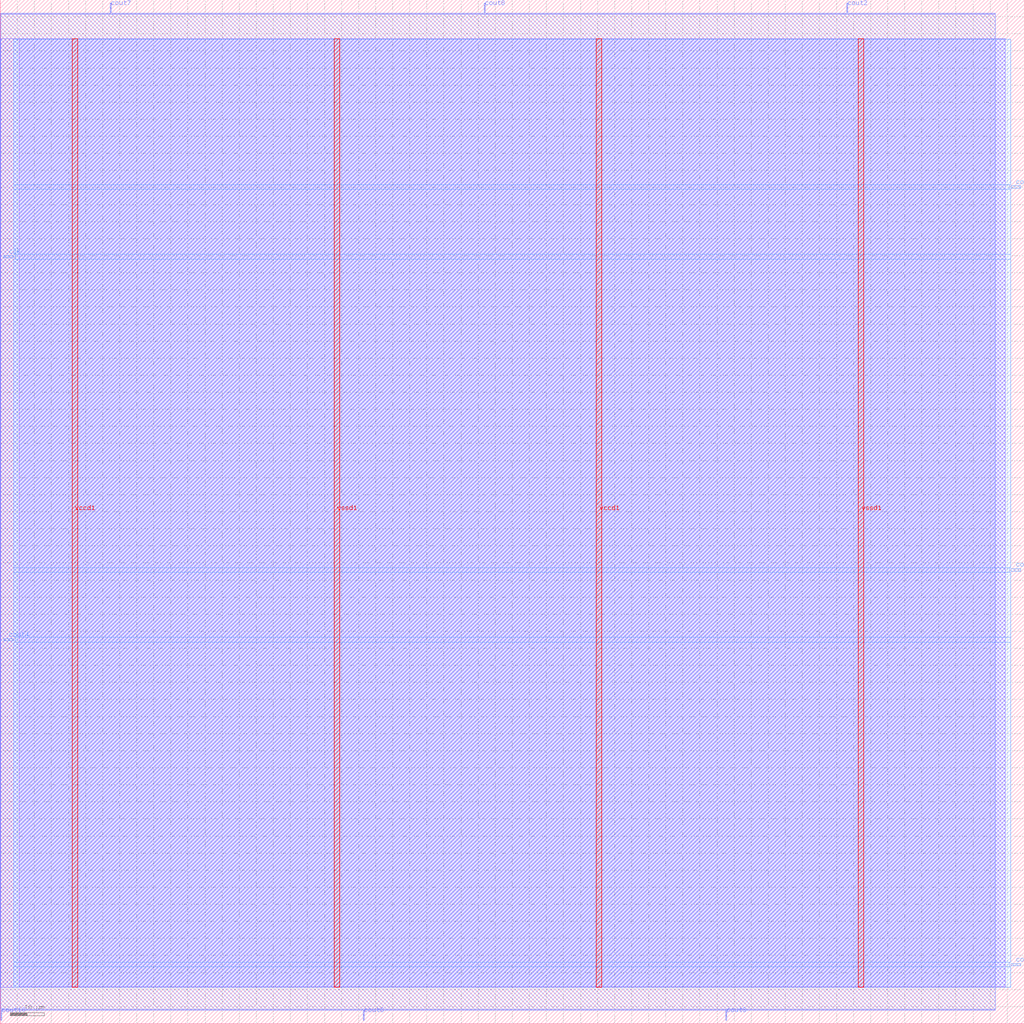
<source format=lef>
VERSION 5.7 ;
  NOWIREEXTENSIONATPIN ON ;
  DIVIDERCHAR "/" ;
  BUSBITCHARS "[]" ;
MACRO divider
  CLASS BLOCK ;
  FOREIGN divider ;
  ORIGIN 0.000 0.000 ;
  SIZE 300.000 BY 300.000 ;
  PIN clk
    DIRECTION INPUT ;
    USE SIGNAL ;
    PORT
      LAYER met3 ;
        RECT 1.000 224.440 4.000 225.040 ;
    END
  END clk
  PIN cout1
    DIRECTION OUTPUT TRISTATE ;
    USE SIGNAL ;
    PORT
      LAYER met3 ;
        RECT 296.000 17.040 299.000 17.640 ;
    END
  END cout1
  PIN cout10
    DIRECTION OUTPUT TRISTATE ;
    USE SIGNAL ;
    PORT
      LAYER met2 ;
        RECT 0.090 1.000 0.370 4.000 ;
    END
  END cout10
  PIN cout2
    DIRECTION OUTPUT TRISTATE ;
    USE SIGNAL ;
    PORT
      LAYER met2 ;
        RECT 248.030 296.000 248.310 299.000 ;
    END
  END cout2
  PIN cout3
    DIRECTION OUTPUT TRISTATE ;
    USE SIGNAL ;
    PORT
      LAYER met2 ;
        RECT 212.610 1.000 212.890 4.000 ;
    END
  END cout3
  PIN cout4
    DIRECTION OUTPUT TRISTATE ;
    USE SIGNAL ;
    PORT
      LAYER met3 ;
        RECT 1.000 112.240 4.000 112.840 ;
    END
  END cout4
  PIN cout5
    DIRECTION OUTPUT TRISTATE ;
    USE SIGNAL ;
    PORT
      LAYER met3 ;
        RECT 296.000 244.840 299.000 245.440 ;
    END
  END cout5
  PIN cout6
    DIRECTION OUTPUT TRISTATE ;
    USE SIGNAL ;
    PORT
      LAYER met2 ;
        RECT 106.350 1.000 106.630 4.000 ;
    END
  END cout6
  PIN cout7
    DIRECTION OUTPUT TRISTATE ;
    USE SIGNAL ;
    PORT
      LAYER met2 ;
        RECT 32.290 296.000 32.570 299.000 ;
    END
  END cout7
  PIN cout8
    DIRECTION OUTPUT TRISTATE ;
    USE SIGNAL ;
    PORT
      LAYER met2 ;
        RECT 141.770 296.000 142.050 299.000 ;
    END
  END cout8
  PIN cout9
    DIRECTION OUTPUT TRISTATE ;
    USE SIGNAL ;
    PORT
      LAYER met3 ;
        RECT 296.000 132.640 299.000 133.240 ;
    END
  END cout9
  PIN vccd1
    DIRECTION INOUT ;
    USE POWER ;
    PORT
      LAYER met4 ;
        RECT 21.040 10.640 22.640 288.560 ;
    END
    PORT
      LAYER met4 ;
        RECT 174.640 10.640 176.240 288.560 ;
    END
  END vccd1
  PIN vssd1
    DIRECTION INOUT ;
    USE GROUND ;
    PORT
      LAYER met4 ;
        RECT 97.840 10.640 99.440 288.560 ;
    END
    PORT
      LAYER met4 ;
        RECT 251.440 10.640 253.040 288.560 ;
    END
  END vssd1
  OBS
      LAYER li1 ;
        RECT 5.520 10.795 294.400 288.405 ;
      LAYER met1 ;
        RECT 0.070 10.640 294.400 288.560 ;
      LAYER met2 ;
        RECT 0.100 295.720 32.010 296.000 ;
        RECT 32.850 295.720 141.490 296.000 ;
        RECT 142.330 295.720 247.750 296.000 ;
        RECT 248.590 295.720 291.550 296.000 ;
        RECT 0.100 4.280 291.550 295.720 ;
        RECT 0.650 4.000 106.070 4.280 ;
        RECT 106.910 4.000 212.330 4.280 ;
        RECT 213.170 4.000 291.550 4.280 ;
      LAYER met3 ;
        RECT 4.000 245.840 296.000 288.485 ;
        RECT 4.000 244.440 295.600 245.840 ;
        RECT 4.000 225.440 296.000 244.440 ;
        RECT 4.400 224.040 296.000 225.440 ;
        RECT 4.000 133.640 296.000 224.040 ;
        RECT 4.000 132.240 295.600 133.640 ;
        RECT 4.000 113.240 296.000 132.240 ;
        RECT 4.400 111.840 296.000 113.240 ;
        RECT 4.000 18.040 296.000 111.840 ;
        RECT 4.000 16.640 295.600 18.040 ;
        RECT 4.000 10.715 296.000 16.640 ;
  END
END divider
END LIBRARY


</source>
